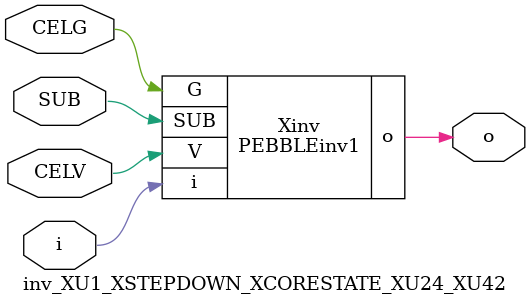
<source format=v>



module PEBBLEinv1 ( o, G, SUB, V, i );

  input V;
  input i;
  input G;
  output o;
  input SUB;
endmodule

//Celera Confidential Do Not Copy inv_XU1_XSTEPDOWN_XCORESTATE_XU24_XU42
//Celera Confidential Symbol Generator
//5V Inverter
module inv_XU1_XSTEPDOWN_XCORESTATE_XU24_XU42 (CELV,CELG,i,o,SUB);
input CELV;
input CELG;
input i;
input SUB;
output o;

//Celera Confidential Do Not Copy inv
PEBBLEinv1 Xinv(
.V (CELV),
.i (i),
.o (o),
.SUB (SUB),
.G (CELG)
);
//,diesize,PEBBLEinv1

//Celera Confidential Do Not Copy Module End
//Celera Schematic Generator
endmodule

</source>
